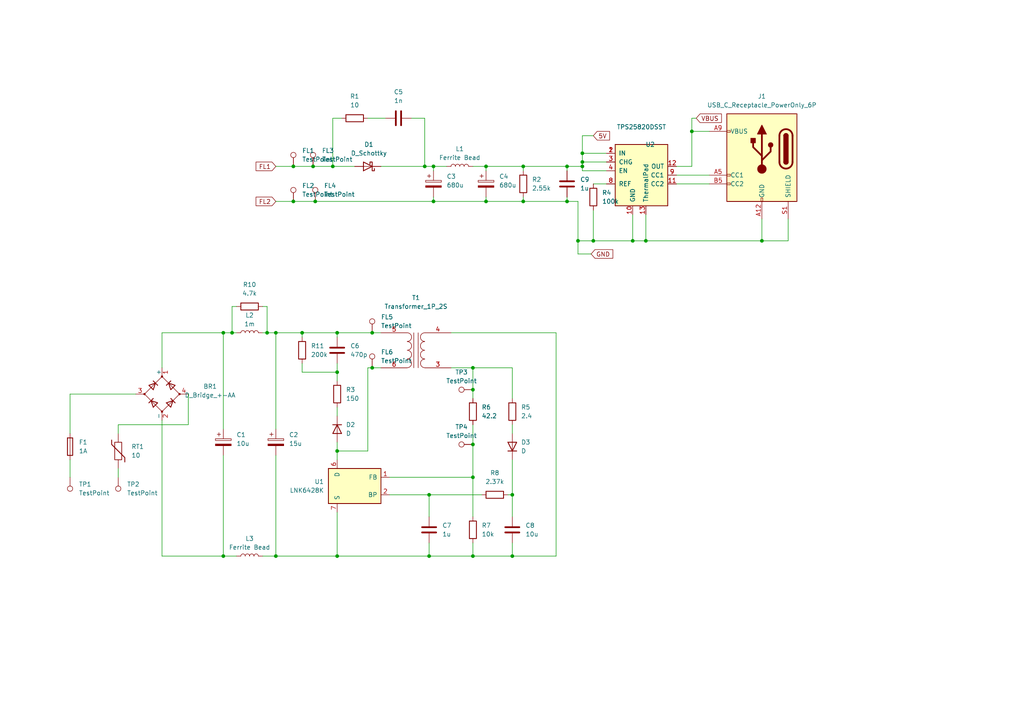
<source format=kicad_sch>
(kicad_sch (version 20230121) (generator eeschema)
  (paper "A4")
  (lib_symbols
    (symbol "Connector:TestPoint" (pin_numbers hide) (pin_names (offset 0.762) hide)
      (property "Reference" "TP" (at 0 6.858 0))
      (property "Value" "TestPoint" (at 0 5.08 0))
      (symbol "TestPoint_0_1"
        (circle (center 0 3.302) (radius 0.762))
      )
      (symbol "TestPoint_1_1"
        (pin passive line (at 0 0 90) (length 2.54) (name "1") (number "1"))
      )
    )
    (symbol "Connector:USB_C_Receptacle_PowerOnly_6P" (pin_names (offset 1.016))
      (property "Reference" "J" (at 0 16.51 0))
      (property "Value" "USB_C_Receptacle_PowerOnly_6P" (at 0 13.97 0))
      (symbol "USB_C_Receptacle_PowerOnly_6P_0_0"
        (rectangle (start -0.254 -12.7) (end 0.254 -11.684))
        (rectangle (start 10.16 -7.366) (end 9.144 -7.874))
        (rectangle (start 10.16 -4.826) (end 9.144 -5.334))
        (rectangle (start 10.16 7.874) (end 9.144 7.366))
      )
      (symbol "USB_C_Receptacle_PowerOnly_6P_0_1"
        (rectangle (start -10.16 12.7) (end 10.16 -12.7) (stroke (width 0.254)) (fill (type background)))
        (arc (start -8.89 -1.27) (mid -6.985 -3.1667) (end -5.08 -1.27) (stroke (width 0.508)))
        (arc (start -7.62 -1.27) (mid -6.985 -1.9023) (end -6.35 -1.27) (stroke (width 0.254)))
        (arc (start -7.62 -1.27) (mid -6.985 -1.9023) (end -6.35 -1.27) (stroke (width 0.254)) (fill (type outline)))
        (rectangle (start -7.62 -1.27) (end -6.35 6.35) (stroke (width 0.254)) (fill (type outline)))
        (arc (start -6.35 6.35) (mid -6.985 6.9823) (end -7.62 6.35) (stroke (width 0.254)))
        (arc (start -6.35 6.35) (mid -6.985 6.9823) (end -7.62 6.35) (stroke (width 0.254)) (fill (type outline)))
        (arc (start -5.08 6.35) (mid -6.985 8.2467) (end -8.89 6.35) (stroke (width 0.508)))
        (circle (center -2.54 3.683) (radius 0.635) (stroke (width 0.254)) (fill (type outline)))
        (circle (center 0 -3.302) (radius 1.27) (fill (type outline)))
        (polyline (pts (xy -8.89 -1.27) (xy -8.89 6.35)) (stroke (width 0.508)))
        (polyline (pts (xy -5.08 6.35) (xy -5.08 -1.27)) (stroke (width 0.508)))
        (polyline (pts (xy 0 -3.302) (xy 0 6.858)) (stroke (width 0.508)))
        (polyline (pts (xy 0 -0.762) (xy -2.54 1.778) (xy -2.54 3.048)) (stroke (width 0.508)))
        (polyline (pts (xy 0 0.508) (xy 2.54 3.048) (xy 2.54 4.318)) (stroke (width 0.508)))
        (polyline (pts (xy -1.27 6.858) (xy 0 9.398) (xy 1.27 6.858) (xy -1.27 6.858)) (stroke (width 0.254)) (fill (type outline)))
        (rectangle (start 1.905 4.318) (end 3.175 5.588) (stroke (width 0.254)) (fill (type outline)))
      )
      (symbol "USB_C_Receptacle_PowerOnly_6P_1_1"
        (pin passive line (at 0 -17.78 90) (length 5.08) (name "GND") (number "A12"))
        (pin bidirectional line (at 15.24 -5.08 180) (length 5.08) (name "CC1") (number "A5"))
        (pin passive line (at 15.24 7.62 180) (length 5.08) (name "VBUS") (number "A9"))
        (pin passive line (at 0 -17.78 90) (length 5.08) hide (name "GND") (number "B12"))
        (pin bidirectional line (at 15.24 -7.62 180) (length 5.08) (name "CC2") (number "B5"))
        (pin passive line (at 15.24 7.62 180) (length 5.08) hide (name "VBUS") (number "B9"))
        (pin passive line (at -7.62 -17.78 90) (length 5.08) (name "SHIELD") (number "S1"))
      )
    )
    (symbol "Device:C" (pin_numbers hide) (pin_names (offset 0.254))
      (property "Reference" "C" (at 0.635 2.54 0))
      (property "Value" "C" (at 0.635 -2.54 0))
      (symbol "C_0_1"
        (polyline (pts (xy -2.032 -0.762) (xy 2.032 -0.762)) (stroke (width 0.508)))
        (polyline (pts (xy -2.032 0.762) (xy 2.032 0.762)) (stroke (width 0.508)))
      )
      (symbol "C_1_1"
        (pin passive line (at 0 3.81 270) (length 2.794) (name "~") (number "1"))
        (pin passive line (at 0 -3.81 90) (length 2.794) (name "~") (number "2"))
      )
    )
    (symbol "Device:C_Polarized" (pin_numbers hide) (pin_names (offset 0.254))
      (property "Reference" "C" (at 0.635 2.54 0))
      (property "Value" "C_Polarized" (at 0.635 -2.54 0))
      (symbol "C_Polarized_0_1"
        (rectangle (start -2.286 0.508) (end 2.286 1.016))
        (polyline (pts (xy -1.778 2.286) (xy -0.762 2.286)))
        (polyline (pts (xy -1.27 2.794) (xy -1.27 1.778)))
        (rectangle (start 2.286 -0.508) (end -2.286 -1.016) (fill (type outline)))
      )
      (symbol "C_Polarized_1_1"
        (pin passive line (at 0 3.81 270) (length 2.794) (name "~") (number "1"))
        (pin passive line (at 0 -3.81 90) (length 2.794) (name "~") (number "2"))
      )
    )
    (symbol "Device:D" (pin_numbers hide) (pin_names (offset 1.016) hide)
      (property "Reference" "D" (at 0 2.54 0))
      (property "Value" "D" (at 0 -2.54 0))
      (symbol "D_0_1"
        (polyline (pts (xy -1.27 1.27) (xy -1.27 -1.27)) (stroke (width 0.254)))
        (polyline (pts (xy 1.27 0) (xy -1.27 0)))
        (polyline (pts (xy 1.27 1.27) (xy 1.27 -1.27) (xy -1.27 0) (xy 1.27 1.27)) (stroke (width 0.254)))
      )
      (symbol "D_1_1"
        (pin passive line (at -3.81 0 0) (length 2.54) (name "K") (number "1"))
        (pin passive line (at 3.81 0 180) (length 2.54) (name "A") (number "2"))
      )
    )
    (symbol "Device:D_Bridge_+-AA" (pin_names (offset 0))
      (property "Reference" "D" (at 2.54 6.985 0))
      (property "Value" "D_Bridge_+-AA" (at 2.54 5.08 0))
      (symbol "D_Bridge_+-AA_0_1"
        (circle (center -5.08 0) (radius 0.254) (fill (type outline)))
        (circle (center 0 -5.08) (radius 0.254) (fill (type outline)))
        (polyline (pts (xy -2.54 3.81) (xy -1.27 2.54)) (stroke (width 0.254)))
        (polyline (pts (xy -1.27 -2.54) (xy -2.54 -3.81)) (stroke (width 0.254)))
        (polyline (pts (xy 2.54 -1.27) (xy 3.81 -2.54)) (stroke (width 0.254)))
        (polyline (pts (xy 2.54 1.27) (xy 3.81 2.54)) (stroke (width 0.254)))
        (polyline (pts (xy -3.81 2.54) (xy -2.54 1.27) (xy -1.905 3.175) (xy -3.81 2.54)) (stroke (width 0.254)))
        (polyline (pts (xy -2.54 -1.27) (xy -3.81 -2.54) (xy -1.905 -3.175) (xy -2.54 -1.27)) (stroke (width 0.254)))
        (polyline (pts (xy 1.27 2.54) (xy 2.54 3.81) (xy 3.175 1.905) (xy 1.27 2.54)) (stroke (width 0.254)))
        (polyline (pts (xy 3.175 -1.905) (xy 1.27 -2.54) (xy 2.54 -3.81) (xy 3.175 -1.905)) (stroke (width 0.254)))
        (polyline (pts (xy -5.08 0) (xy 0 -5.08) (xy 5.08 0) (xy 0 5.08) (xy -5.08 0)))
        (circle (center 0 5.08) (radius 0.254) (fill (type outline)))
        (circle (center 5.08 0) (radius 0.254) (fill (type outline)))
      )
      (symbol "D_Bridge_+-AA_1_1"
        (pin passive line (at 7.62 0 180) (length 2.54) (name "+") (number "1"))
        (pin passive line (at -7.62 0 0) (length 2.54) (name "-") (number "2"))
        (pin passive line (at 0 7.62 270) (length 2.54) (name "~") (number "3"))
        (pin passive line (at 0 -7.62 90) (length 2.54) (name "~") (number "4"))
      )
    )
    (symbol "Device:D_Schottky" (pin_numbers hide) (pin_names (offset 1.016) hide)
      (property "Reference" "D" (at 0 2.54 0))
      (property "Value" "D_Schottky" (at 0 -2.54 0))
      (symbol "D_Schottky_0_1"
        (polyline (pts (xy 1.27 0) (xy -1.27 0)))
        (polyline (pts (xy 1.27 1.27) (xy 1.27 -1.27) (xy -1.27 0) (xy 1.27 1.27)) (stroke (width 0.254)))
        (polyline (pts (xy -1.905 0.635) (xy -1.905 1.27) (xy -1.27 1.27) (xy -1.27 -1.27) (xy -0.635 -1.27) (xy -0.635 -0.635)) (stroke (width 0.254)))
      )
      (symbol "D_Schottky_1_1"
        (pin passive line (at -3.81 0 0) (length 2.54) (name "K") (number "1"))
        (pin passive line (at 3.81 0 180) (length 2.54) (name "A") (number "2"))
      )
    )
    (symbol "Device:Fuse" (pin_numbers hide) (pin_names (offset 0))
      (property "Reference" "F" (at 2.032 0 90))
      (property "Value" "Fuse" (at -1.905 0 90))
      (symbol "Fuse_0_1"
        (rectangle (start -0.762 -2.54) (end 0.762 2.54) (stroke (width 0.254)))
        (polyline (pts (xy 0 2.54) (xy 0 -2.54)))
      )
      (symbol "Fuse_1_1"
        (pin passive line (at 0 3.81 270) (length 1.27) (name "~") (number "1"))
        (pin passive line (at 0 -3.81 90) (length 1.27) (name "~") (number "2"))
      )
    )
    (symbol "Device:L" (pin_numbers hide) (pin_names (offset 1.016) hide)
      (property "Reference" "L" (at -1.27 0 90))
      (property "Value" "L" (at 1.905 0 90))
      (symbol "L_0_1"
        (arc (start 0 -2.54) (mid 0.6323 -1.905) (end 0 -1.27))
        (arc (start 0 -1.27) (mid 0.6323 -0.635) (end 0 0))
        (arc (start 0 0) (mid 0.6323 0.635) (end 0 1.27))
        (arc (start 0 1.27) (mid 0.6323 1.905) (end 0 2.54))
      )
      (symbol "L_1_1"
        (pin passive line (at 0 3.81 270) (length 1.27) (name "1") (number "1"))
        (pin passive line (at 0 -3.81 90) (length 1.27) (name "2") (number "2"))
      )
    )
    (symbol "Device:R" (pin_numbers hide) (pin_names (offset 0))
      (property "Reference" "R" (at 2.032 0 90))
      (property "Value" "R" (at 0 0 90))
      (symbol "R_0_1"
        (rectangle (start -1.016 -2.54) (end 1.016 2.54) (stroke (width 0.254)))
      )
      (symbol "R_1_1"
        (pin passive line (at 0 3.81 270) (length 1.27) (name "~") (number "1"))
        (pin passive line (at 0 -3.81 90) (length 1.27) (name "~") (number "2"))
      )
    )
    (symbol "Device:Thermistor" (pin_numbers hide) (pin_names (offset 0))
      (property "Reference" "TH" (at 2.54 1.27 90))
      (property "Value" "Thermistor" (at -2.54 0 90))
      (symbol "Thermistor_0_1"
        (rectangle (start -1.016 2.54) (end 1.016 -2.54) (stroke (width 0.2032)))
        (polyline (pts (xy -1.905 3.175) (xy -1.905 1.905) (xy 1.905 -1.905) (xy 1.905 -3.175) (xy 1.905 -3.175)) (stroke (width 0.254)))
      )
      (symbol "Thermistor_1_1"
        (pin passive line (at 0 5.08 270) (length 2.54) (name "~") (number "1"))
        (pin passive line (at 0 -5.08 90) (length 2.54) (name "~") (number "2"))
      )
    )
    (symbol "Device:Transformer_1P_1S" (pin_names (offset 1.016) hide)
      (property "Reference" "T1" (at 0 15.24 0))
      (property "Value" "Transformer_1P_2S" (at 0 12.7 0))
      (symbol "Transformer_1P_1S_0_1"
        (arc (start -2.54 -5.0546) (mid -1.6599 -4.6901) (end -1.27 -3.81))
        (arc (start -2.54 -2.5146) (mid -1.6599 -2.1501) (end -1.27 -1.27))
        (arc (start -2.54 0.0254) (mid -1.6599 0.3899) (end -1.27 1.27))
        (arc (start -2.54 2.5654) (mid -1.6599 2.9299) (end -1.27 3.81))
        (arc (start -1.27 -3.81) (mid -1.642 -2.912) (end -2.54 -2.54))
        (arc (start -1.27 -1.27) (mid -1.642 -0.372) (end -2.54 0))
        (arc (start -1.27 1.27) (mid -1.642 2.168) (end -2.54 2.54))
        (arc (start -1.27 3.81) (mid -1.642 4.708) (end -2.54 5.08))
        (polyline (pts (xy -0.635 5.08) (xy -0.635 -5.08)))
        (polyline (pts (xy 0.635 -5.08) (xy 0.635 5.08)))
        (arc (start 1.2954 -1.27) (mid 1.6599 -2.1501) (end 2.54 -2.5146))
        (arc (start 1.2954 1.27) (mid 1.6599 0.3899) (end 2.54 0.0254))
        (arc (start 1.2954 3.81) (mid 1.6599 2.9299) (end 2.54 2.5654))
        (arc (start 1.3208 -3.81) (mid 1.6853 -4.6901) (end 2.5654 -5.0546))
        (arc (start 2.54 0) (mid 1.642 -0.372) (end 1.2954 -1.27))
        (arc (start 2.54 2.54) (mid 1.642 2.168) (end 1.2954 1.27))
        (arc (start 2.54 5.08) (mid 1.642 4.708) (end 1.2954 3.81))
        (arc (start 2.5654 -2.54) (mid 1.6674 -2.912) (end 1.3208 -3.81))
      )
      (symbol "Transformer_1P_1S_1_1"
        (pin passive line (at 10.16 -5.08 180) (length 7.62) (name "SA") (number "3"))
        (pin passive line (at 10.16 5.08 180) (length 7.62) (name "SB") (number "4"))
        (pin passive line (at -10.16 5.08 0) (length 7.62) (name "AA") (number "5"))
        (pin passive line (at -10.16 -5.08 0) (length 7.62) (name "AB") (number "6"))
      )
    )
    (symbol "Interface_USB:TPS2513" (pin_names (offset 1.016))
      (property "Reference" "U2" (at 0 11.43 0))
      (property "Value" "TPS25820DSST\n" (at 0 8.89 0))
      (symbol "TPS2513_0_1"
        (rectangle (start -10.16 11.43) (end 5.08 -6.35) (stroke (width 0.254)) (fill (type background)))
      )
      (symbol "TPS2513_1_1"
        (pin power_in line (at -12.7 8.89 0) (length 2.54) (name "IN") (number "1"))
        (pin power_in line (at -5.08 -8.89 90) (length 2.54) (name "GND") (number "10"))
        (pin input line (at 7.62 0 180) (length 2.54) (name "CC2") (number "11"))
        (pin power_out line (at 7.62 5.08 180) (length 2.54) (name "OUT") (number "12"))
        (pin power_in line (at -1.27 -8.89 90) (length 2.54) (name "ThermalPad") (number "13"))
        (pin power_in line (at -12.7 8.89 0) (length 2.54) (name "IN") (number "2"))
        (pin input line (at -12.7 6.35 0) (length 2.54) (name "CHG") (number "3"))
        (pin input line (at -12.7 3.81 0) (length 2.54) (name "EN") (number "4"))
        (pin input line (at -12.7 0 0) (length 2.54) (name "REF") (number "8"))
        (pin output line (at 7.62 2.54 180) (length 2.54) (name "CC1") (number "9"))
      )
    )
    (symbol "Regulator_Switching:LNK626PG" (pin_names (offset 1.016))
      (property "Reference" "U1" (at -8.89 1.27 0))
      (property "Value" "LNK6428K" (at -8.89 -1.27 0))
      (symbol "LNK626PG_0_1"
        (rectangle (start -7.62 5.08) (end 7.62 -5.08) (stroke (width 0.254)) (fill (type background)))
      )
      (symbol "LNK626PG_1_1"
        (pin input line (at 10.16 2.54 180) (length 2.54) (name "FB") (number "1"))
        (pin passive line (at -5.08 -7.62 90) (length 2.54) hide (name "S") (number "10"))
        (pin passive line (at -5.08 -7.62 90) (length 2.54) hide (name "S") (number "11"))
        (pin passive line (at -5.08 -7.62 90) (length 2.54) hide (name "S") (number "12"))
        (pin passive line (at -5.08 -7.62 90) (length 2.54) hide (name "S") (number "13"))
        (pin input line (at 10.16 -2.54 180) (length 2.54) (name "BP") (number "2"))
        (pin passive line (at -5.08 -7.62 90) (length 2.54) hide (name "S") (number "3"))
        (pin passive line (at -5.08 -7.62 90) (length 2.54) hide (name "S") (number "4"))
        (pin open_collector line (at -5.08 7.62 270) (length 2.54) (name "D") (number "6"))
        (pin power_in line (at -5.08 -7.62 90) (length 2.54) (name "S") (number "7"))
        (pin passive line (at -5.08 -7.62 90) (length 2.54) hide (name "S") (number "8"))
        (pin passive line (at -5.08 -7.62 90) (length 2.54) hide (name "S") (number "9"))
      )
    )
  )
  (junction (at 137.16 113.03))
  (junction (at 137.16 161.29))
  (junction (at 137.16 128.905))
  (junction (at 148.59 161.29))
  (junction (at 97.79 161.29))
  (junction (at 151.765 48.26))
  (junction (at 125.73 48.26))
  (junction (at 67.31 96.52))
  (junction (at 107.95 106.68))
  (junction (at 124.46 161.29))
  (junction (at 151.765 58.42))
  (junction (at 97.79 107.95))
  (junction (at 91.44 58.42))
  (junction (at 77.47 96.52))
  (junction (at 140.97 48.26))
  (junction (at 200.66 38.1))
  (junction (at 164.465 58.42))
  (junction (at 90.805 48.26))
  (junction (at 80.01 161.29))
  (junction (at 96.52 48.26))
  (junction (at 107.95 96.52))
  (junction (at 168.91 46.99))
  (junction (at 80.01 96.52))
  (junction (at 124.46 143.51))
  (junction (at 168.91 48.26))
  (junction (at 85.09 58.42))
  (junction (at 137.16 138.43))
  (junction (at 167.64 69.85))
  (junction (at 97.79 96.52))
  (junction (at 172.085 69.85))
  (junction (at 97.79 130.81))
  (junction (at 85.09 48.26))
  (junction (at 87.63 96.52))
  (junction (at 123.19 48.26))
  (junction (at 220.98 69.85))
  (junction (at 140.97 58.42))
  (junction (at 125.73 58.42))
  (junction (at 164.465 48.26))
  (junction (at 64.77 96.52))
  (junction (at 137.16 106.68))
  (junction (at 187.325 69.85))
  (junction (at 183.515 69.85))
  (junction (at 148.59 143.51))
  (junction (at 64.77 161.29))
  (junction (at 168.91 44.45))
  (wire (pts (xy 91.44 58.42) (xy 125.73 58.42)))
  (wire (pts (xy 220.98 69.85) (xy 228.6 69.85)))
  (wire (pts (xy 151.765 58.42) (xy 164.465 58.42)))
  (wire (pts (xy 125.73 58.42) (xy 140.97 58.42)))
  (wire (pts (xy 97.79 130.81) (xy 106.68 130.81)))
  (wire (pts (xy 20.32 133.35) (xy 20.32 138.43)))
  (wire (pts (xy 124.46 157.48) (xy 124.46 161.29)))
  (wire (pts (xy 200.66 34.29) (xy 200.66 38.1)))
  (wire (pts (xy 97.79 128.27) (xy 97.79 130.81)))
  (wire (pts (xy 110.49 48.26) (xy 123.19 48.26)))
  (wire (pts (xy 183.515 69.85) (xy 187.325 69.85)))
  (wire (pts (xy 46.99 96.52) (xy 46.99 106.68)))
  (wire (pts (xy 137.16 157.48) (xy 137.16 161.29)))
  (wire (pts (xy 125.73 48.26) (xy 129.54 48.26)))
  (wire (pts (xy 148.59 133.35) (xy 148.59 143.51)))
  (wire (pts (xy 175.895 49.53) (xy 168.91 49.53)))
  (wire (pts (xy 46.99 121.92) (xy 46.99 161.29)))
  (wire (pts (xy 151.765 58.42) (xy 151.765 57.15)))
  (wire (pts (xy 137.16 138.43) (xy 137.16 149.86)))
  (wire (pts (xy 113.03 143.51) (xy 124.46 143.51)))
  (wire (pts (xy 34.29 123.19) (xy 54.61 123.19)))
  (wire (pts (xy 168.91 44.45) (xy 168.91 46.99)))
  (wire (pts (xy 20.32 125.73) (xy 20.32 114.3)))
  (wire (pts (xy 187.325 62.23) (xy 187.325 69.85)))
  (wire (pts (xy 97.79 130.81) (xy 97.79 133.35)))
  (wire (pts (xy 90.805 48.26) (xy 85.09 48.26)))
  (wire (pts (xy 68.58 96.52) (xy 67.31 96.52)))
  (wire (pts (xy 80.01 48.26) (xy 85.09 48.26)))
  (wire (pts (xy 64.77 96.52) (xy 64.77 124.46)))
  (wire (pts (xy 148.59 161.29) (xy 161.29 161.29)))
  (wire (pts (xy 80.01 96.52) (xy 87.63 96.52)))
  (wire (pts (xy 161.29 96.52) (xy 130.81 96.52)))
  (wire (pts (xy 167.64 69.85) (xy 167.64 73.66)))
  (wire (pts (xy 168.91 46.99) (xy 175.895 46.99)))
  (wire (pts (xy 137.16 113.03) (xy 137.16 115.57)))
  (wire (pts (xy 196.215 53.34) (xy 205.74 53.34)))
  (wire (pts (xy 151.765 48.26) (xy 151.765 49.53)))
  (wire (pts (xy 97.79 96.52) (xy 107.95 96.52)))
  (wire (pts (xy 85.09 58.42) (xy 91.44 58.42)))
  (wire (pts (xy 148.59 123.19) (xy 148.59 125.73)))
  (wire (pts (xy 80.01 124.46) (xy 80.01 96.52)))
  (wire (pts (xy 124.46 143.51) (xy 139.7 143.51)))
  (wire (pts (xy 87.63 105.41) (xy 87.63 107.95)))
  (wire (pts (xy 172.085 69.85) (xy 183.515 69.85)))
  (wire (pts (xy 151.765 48.26) (xy 164.465 48.26)))
  (wire (pts (xy 97.79 161.29) (xy 124.46 161.29)))
  (wire (pts (xy 148.59 106.68) (xy 148.59 115.57)))
  (wire (pts (xy 125.73 48.26) (xy 125.73 49.53)))
  (wire (pts (xy 228.6 63.5) (xy 228.6 69.85)))
  (wire (pts (xy 172.085 60.96) (xy 172.085 69.85)))
  (wire (pts (xy 87.63 96.52) (xy 87.63 97.79)))
  (wire (pts (xy 164.465 48.26) (xy 168.91 48.26)))
  (wire (pts (xy 68.58 161.29) (xy 64.77 161.29)))
  (wire (pts (xy 97.79 148.59) (xy 97.79 161.29)))
  (wire (pts (xy 76.2 88.9) (xy 77.47 88.9)))
  (wire (pts (xy 97.79 96.52) (xy 87.63 96.52)))
  (wire (pts (xy 76.2 96.52) (xy 77.47 96.52)))
  (wire (pts (xy 124.46 143.51) (xy 124.46 149.86)))
  (wire (pts (xy 168.91 46.99) (xy 168.91 48.26)))
  (wire (pts (xy 140.97 48.26) (xy 151.765 48.26)))
  (wire (pts (xy 68.58 88.9) (xy 67.31 88.9)))
  (wire (pts (xy 80.01 132.08) (xy 80.01 161.29)))
  (wire (pts (xy 137.16 128.905) (xy 137.16 123.19)))
  (wire (pts (xy 106.68 106.68) (xy 107.95 106.68)))
  (wire (pts (xy 97.79 105.41) (xy 97.79 107.95)))
  (wire (pts (xy 96.52 48.26) (xy 90.805 48.26)))
  (wire (pts (xy 46.99 161.29) (xy 64.77 161.29)))
  (wire (pts (xy 64.77 161.29) (xy 64.77 132.08)))
  (wire (pts (xy 148.59 143.51) (xy 147.32 143.51)))
  (wire (pts (xy 196.215 48.26) (xy 200.66 48.26)))
  (wire (pts (xy 97.79 107.95) (xy 97.79 110.49)))
  (wire (pts (xy 123.19 48.26) (xy 125.73 48.26)))
  (wire (pts (xy 107.95 106.68) (xy 110.49 106.68)))
  (wire (pts (xy 34.29 135.89) (xy 34.29 138.43)))
  (wire (pts (xy 80.01 161.29) (xy 97.79 161.29)))
  (wire (pts (xy 196.215 50.8) (xy 205.74 50.8)))
  (wire (pts (xy 67.31 88.9) (xy 67.31 96.52)))
  (wire (pts (xy 164.465 58.42) (xy 167.64 58.42)))
  (wire (pts (xy 119.38 34.29) (xy 123.19 34.29)))
  (wire (pts (xy 164.465 49.53) (xy 164.465 48.26)))
  (wire (pts (xy 137.16 138.43) (xy 137.16 128.905)))
  (wire (pts (xy 80.01 58.42) (xy 85.09 58.42)))
  (wire (pts (xy 77.47 88.9) (xy 77.47 96.52)))
  (wire (pts (xy 99.06 34.29) (xy 96.52 34.29)))
  (wire (pts (xy 200.66 48.26) (xy 200.66 38.1)))
  (wire (pts (xy 20.32 114.3) (xy 39.37 114.3)))
  (wire (pts (xy 96.52 34.29) (xy 96.52 48.26)))
  (wire (pts (xy 148.59 143.51) (xy 148.59 149.86)))
  (wire (pts (xy 113.03 138.43) (xy 137.16 138.43)))
  (wire (pts (xy 137.16 106.68) (xy 137.16 113.03)))
  (wire (pts (xy 201.93 34.29) (xy 200.66 34.29)))
  (wire (pts (xy 124.46 161.29) (xy 137.16 161.29)))
  (wire (pts (xy 148.59 161.29) (xy 148.59 157.48)))
  (wire (pts (xy 140.97 49.53) (xy 140.97 48.26)))
  (wire (pts (xy 137.16 161.29) (xy 148.59 161.29)))
  (wire (pts (xy 167.64 58.42) (xy 167.64 69.85)))
  (wire (pts (xy 187.325 69.85) (xy 220.98 69.85)))
  (wire (pts (xy 167.64 73.66) (xy 171.45 73.66)))
  (wire (pts (xy 161.29 161.29) (xy 161.29 96.52)))
  (wire (pts (xy 77.47 96.52) (xy 80.01 96.52)))
  (wire (pts (xy 168.91 39.37) (xy 168.91 44.45)))
  (wire (pts (xy 54.61 123.19) (xy 54.61 114.3)))
  (wire (pts (xy 106.68 106.68) (xy 106.68 130.81)))
  (wire (pts (xy 164.465 57.15) (xy 164.465 58.42)))
  (wire (pts (xy 106.68 34.29) (xy 111.76 34.29)))
  (wire (pts (xy 140.97 58.42) (xy 151.765 58.42)))
  (wire (pts (xy 172.085 53.34) (xy 175.895 53.34)))
  (wire (pts (xy 168.91 39.37) (xy 172.085 39.37)))
  (wire (pts (xy 183.515 62.23) (xy 183.515 69.85)))
  (wire (pts (xy 168.91 49.53) (xy 168.91 48.26)))
  (wire (pts (xy 125.73 57.15) (xy 125.73 58.42)))
  (wire (pts (xy 168.91 44.45) (xy 175.895 44.45)))
  (wire (pts (xy 130.81 106.68) (xy 137.16 106.68)))
  (wire (pts (xy 96.52 48.26) (xy 102.87 48.26)))
  (wire (pts (xy 67.31 96.52) (xy 64.77 96.52)))
  (wire (pts (xy 220.98 69.85) (xy 220.98 63.5)))
  (wire (pts (xy 34.29 125.73) (xy 34.29 123.19)))
  (wire (pts (xy 167.64 69.85) (xy 172.085 69.85)))
  (wire (pts (xy 123.19 48.26) (xy 123.19 34.29)))
  (wire (pts (xy 97.79 97.79) (xy 97.79 96.52)))
  (wire (pts (xy 137.16 48.26) (xy 140.97 48.26)))
  (wire (pts (xy 97.79 118.11) (xy 97.79 120.65)))
  (wire (pts (xy 200.66 38.1) (xy 205.74 38.1)))
  (wire (pts (xy 140.97 58.42) (xy 140.97 57.15)))
  (wire (pts (xy 64.77 96.52) (xy 46.99 96.52)))
  (wire (pts (xy 107.95 96.52) (xy 110.49 96.52)))
  (wire (pts (xy 80.01 161.29) (xy 76.2 161.29)))
  (wire (pts (xy 87.63 107.95) (xy 97.79 107.95)))
  (wire (pts (xy 137.16 106.68) (xy 148.59 106.68)))
  (global_label "FL1" (shape input) (at 80.01 48.26 180) (property "Intersheetrefs" "${INTERSHEET_REFS}" (effects hide)))
  (global_label "VBUS" (shape input) (at 201.93 34.29 0) (property "Intersheetrefs" "${INTERSHEET_REFS}" (effects hide)))
  (global_label "FL2" (shape input) (at 80.01 58.42 180) (property "Intersheetrefs" "${INTERSHEET_REFS}" (effects hide)))
  (global_label "5V" (shape input) (at 172.085 39.37 0) (property "Intersheetrefs" "${INTERSHEET_REFS}" (effects hide)))
  (global_label "GND" (shape input) (at 171.45 73.66 0) (property "Intersheetrefs" "${INTERSHEET_REFS}" (effects hide)))
  (symbol (lib_id "Device:Fuse") (at 20.32 129.54 0) (unit 1)
    (property "Reference" "F1" (at 22.86 128.27 0) (effects (justify left)))
    (property "Value" "1A" (at 22.86 130.81 0) (effects (justify left)))
    (property "Footprint" "Capacitor_THT:C_Rect_L7.2mm_W4.5mm_P5.00mm_FKS2_FKP2_MKS2_MKP2" (effects hide))
  )
  (symbol (lib_id "Connector:TestPoint") (at 107.95 106.68 0) (unit 1)
    (property "Reference" "FL6" (at 110.49 102.108 0) (effects (justify left)))
    (property "Value" "TestPoint" (at 110.49 104.648 0) (effects (justify left)))
    (property "Footprint" "TestPoint:TestPoint_Loop_D1.80mm_Drill1.0mm_Beaded" (effects hide))
  )
  (symbol (lib_id "Device:R") (at 72.39 88.9 90) (unit 1)
    (property "Reference" "R10" (at 72.39 82.55 90))
    (property "Value" "4.7k" (at 72.39 85.09 90))
    (property "Footprint" "Resistor_SMD:R_0603_1608Metric" (effects hide))
  )
  (symbol (lib_id "Interface_USB:TPS2513") (at 188.595 53.34 0) (unit 1)
    (property "Reference" "U2" (at 188.595 41.91 0))
    (property "Value" "TPS25820DSST\n" (at 186.055 36.83 0))
    (property "Footprint" "00_Library:TPS25820" (effects hide))
    (property "Datasheet" "http://www.ti.com/lit/ds/symlink/tps2513.pdf" (effects hide))
  )
  (symbol (lib_id "Device:R") (at 137.16 153.67 0) (unit 1)
    (property "Reference" "R7" (at 139.7 152.4 0) (effects (justify left)))
    (property "Value" "10k" (at 139.7 154.94 0) (effects (justify left)))
    (property "Footprint" "Resistor_SMD:R_0603_1608Metric" (effects hide))
  )
  (symbol (lib_id "Device:C_Polarized") (at 64.77 128.27 0) (unit 1)
    (property "Reference" "C1" (at 68.58 126.111 0) (effects (justify left)))
    (property "Value" "10u" (at 68.58 128.651 0) (effects (justify left)))
    (property "Footprint" "Capacitor_THT:CP_Radial_D10.0mm_P5.00mm" (effects hide))
  )
  (symbol (lib_id "Connector:TestPoint") (at 34.29 138.43 180) (unit 1)
    (property "Reference" "TP2" (at 36.83 140.462 0) (effects (justify right)))
    (property "Value" "TestPoint" (at 36.83 143.002 0) (effects (justify right)))
    (property "Footprint" "TestPoint:TestPoint_Loop_D1.80mm_Drill1.0mm_Beaded" (effects hide))
  )
  (symbol (lib_id "Device:D") (at 97.79 124.46 270) (unit 1)
    (property "Reference" "D2" (at 100.33 123.19 90) (effects (justify left)))
    (property "Value" "D" (at 100.33 125.73 90) (effects (justify left)))
    (property "Footprint" "Diode_SMD:D_SMA" (effects hide))
    (property "Sim.Device" "D" (effects hide))
    (property "Sim.Pins" "1=K 2=A" (effects hide))
  )
  (symbol (lib_id "Device:R") (at 151.765 53.34 0) (unit 1)
    (property "Reference" "R2" (at 154.305 52.07 0) (effects (justify left)))
    (property "Value" "2.55k" (at 154.305 54.61 0) (effects (justify left)))
    (property "Footprint" "Resistor_SMD:R_0805_2012Metric" (effects hide))
  )
  (symbol (lib_id "Connector:TestPoint") (at 137.16 128.905 90) (unit 1)
    (property "Reference" "TP4" (at 133.858 123.825 90))
    (property "Value" "TestPoint" (at 133.858 126.365 90))
    (property "Footprint" "TestPoint:TestPoint_Loop_D1.80mm_Drill1.0mm_Beaded" (effects hide))
  )
  (symbol (lib_id "Device:D") (at 148.59 129.54 90) (unit 1)
    (property "Reference" "D3" (at 151.13 128.27 90) (effects (justify right)))
    (property "Value" "D" (at 151.13 130.81 90) (effects (justify right)))
    (property "Footprint" "Diode_SMD:D_SMF" (effects hide))
    (property "Sim.Device" "D" (effects hide))
    (property "Sim.Pins" "1=K 2=A" (effects hide))
  )
  (symbol (lib_id "Connector:TestPoint") (at 90.805 48.26 0) (unit 1)
    (property "Reference" "FL3" (at 93.345 43.688 0) (effects (justify left)))
    (property "Value" "TestPoint" (at 93.345 46.228 0) (effects (justify left)))
    (property "Footprint" "TestPoint:TestPoint_Loop_D1.80mm_Drill1.0mm_Beaded" (effects hide))
  )
  (symbol (lib_id "Device:C_Polarized") (at 125.73 53.34 0) (unit 1)
    (property "Reference" "C3" (at 129.54 51.181 0) (effects (justify left)))
    (property "Value" "680u" (at 129.54 53.721 0) (effects (justify left)))
    (property "Footprint" "Capacitor_THT:CP_Radial_D8.0mm_P3.50mm" (effects hide))
  )
  (symbol (lib_id "Device:D_Bridge_+-AA") (at 46.99 114.3 90) (unit 1)
    (property "Reference" "BR1" (at 60.96 112.0841 90))
    (property "Value" "D_Bridge_+-AA" (at 60.96 114.6241 90))
    (property "Footprint" "Package_TO_SOT_SMD:TO-269AA" (effects hide))
  )
  (symbol (lib_id "Device:R") (at 87.63 101.6 0) (unit 1)
    (property "Reference" "R11" (at 90.17 100.33 0) (effects (justify left)))
    (property "Value" "200k" (at 90.17 102.87 0) (effects (justify left)))
    (property "Footprint" "Resistor_SMD:R_1206_3216Metric" (effects hide))
  )
  (symbol (lib_id "Device:C") (at 115.57 34.29 90) (unit 1)
    (property "Reference" "C5" (at 115.57 26.67 90))
    (property "Value" "1n" (at 115.57 29.21 90))
    (property "Footprint" "Capacitor_SMD:C_0805_2012Metric" (effects hide))
  )
  (symbol (lib_id "Device:C") (at 97.79 101.6 0) (unit 1)
    (property "Reference" "C6" (at 101.6 100.33 0) (effects (justify left)))
    (property "Value" "470p" (at 101.6 102.87 0) (effects (justify left)))
    (property "Footprint" "Capacitor_SMD:C_0805_2012Metric" (effects hide))
  )
  (symbol (lib_id "Device:L") (at 72.39 161.29 90) (unit 1)
    (property "Reference" "L3" (at 72.39 156.21 90))
    (property "Value" "Ferrite Bead" (at 72.39 158.75 90))
    (property "Footprint" "Resistor_THT:R_Axial_DIN0309_L9.0mm_D3.2mm_P12.70mm_Horizontal" (effects hide))
  )
  (symbol (lib_id "Device:L") (at 133.35 48.26 90) (unit 1)
    (property "Reference" "L1" (at 133.35 43.18 90))
    (property "Value" "Ferrite Bead" (at 133.35 45.72 90))
    (property "Footprint" "Resistor_THT:R_Axial_DIN0309_L9.0mm_D3.2mm_P12.70mm_Horizontal" (effects hide))
  )
  (symbol (lib_id "Device:R") (at 137.16 119.38 0) (unit 1)
    (property "Reference" "R6" (at 139.7 118.11 0) (effects (justify left)))
    (property "Value" "42.2" (at 139.7 120.65 0) (effects (justify left)))
    (property "Footprint" "Resistor_SMD:R_0603_1608Metric" (effects hide))
  )
  (symbol (lib_id "Device:D_Schottky") (at 106.68 48.26 180) (unit 1)
    (property "Reference" "D1" (at 106.9975 41.91 0))
    (property "Value" "D_Schottky" (at 106.9975 44.45 0))
    (property "Footprint" "Diode_SMD:D_PowerDI-5" (effects hide))
  )
  (symbol (lib_id "Device:R") (at 148.59 119.38 0) (unit 1)
    (property "Reference" "R5" (at 151.13 118.11 0) (effects (justify left)))
    (property "Value" "2.4" (at 151.13 120.65 0) (effects (justify left)))
    (property "Footprint" "Resistor_SMD:R_0603_1608Metric" (effects hide))
  )
  (symbol (lib_id "Device:C_Polarized") (at 80.01 128.27 0) (unit 1)
    (property "Reference" "C2" (at 83.82 126.111 0) (effects (justify left)))
    (property "Value" "15u" (at 83.82 128.651 0) (effects (justify left)))
    (property "Footprint" "Capacitor_THT:CP_Radial_D12.5mm_P5.00mm" (effects hide))
  )
  (symbol (lib_id "Device:L") (at 72.39 96.52 90) (unit 1)
    (property "Reference" "L2" (at 72.39 91.44 90))
    (property "Value" "1m" (at 72.39 93.98 90))
    (property "Footprint" "Inductor_THT:L_Radial_D9.5mm_P5.00mm_Fastron_07HVP" (effects hide))
  )
  (symbol (lib_id "Device:C") (at 148.59 153.67 0) (unit 1)
    (property "Reference" "C8" (at 152.4 152.4 0) (effects (justify left)))
    (property "Value" "10u" (at 152.4 154.94 0) (effects (justify left)))
    (property "Footprint" "Capacitor_SMD:C_1206_3216Metric" (effects hide))
  )
  (symbol (lib_id "Device:C") (at 164.465 53.34 0) (unit 1)
    (property "Reference" "C9" (at 168.275 52.07 0) (effects (justify left)))
    (property "Value" "1u" (at 168.275 54.61 0) (effects (justify left)))
    (property "Footprint" "Capacitor_SMD:C_0805_2012Metric" (effects hide))
  )
  (symbol (lib_id "Regulator_Switching:LNK626PG") (at 102.87 140.97 0) (unit 1)
    (property "Reference" "U1" (at 93.98 139.7 0) (effects (justify right)))
    (property "Value" "LNK6428K" (at 93.98 142.24 0) (effects (justify right)))
    (property "Footprint" "Package_SO:PowerIntegrations_eSOP-12B" (effects hide))
    (property "Datasheet" "http://www.powerint.com/sites/default/files/product-docs/linkcv_family_datasheet.pdf" (effects hide))
  )
  (symbol (lib_id "Connector:USB_C_Receptacle_PowerOnly_6P") (at 220.98 45.72 0) (mirror y) (unit 1)
    (property "Reference" "J1" (at 220.98 27.94 0))
    (property "Value" "USB_C_Receptacle_PowerOnly_6P" (at 220.98 30.48 0))
    (property "Footprint" "00_Library:USB-C-SMD_TYPE-C-6P" (effects hide))
    (property "Datasheet" "https://www.usb.org/sites/default/files/documents/usb_type-c.zip" (effects hide))
  )
  (symbol (lib_id "Connector:TestPoint") (at 20.32 138.43 180) (unit 1)
    (property "Reference" "TP1" (at 22.86 140.462 0) (effects (justify right)))
    (property "Value" "TestPoint" (at 22.86 143.002 0) (effects (justify right)))
    (property "Footprint" "TestPoint:TestPoint_Loop_D1.80mm_Drill1.0mm_Beaded" (effects hide))
  )
  (symbol (lib_id "Device:Transformer_1P_1S") (at 120.65 101.6 0) (unit 1)
    (property "Reference" "T1" (at 120.65 86.36 0))
    (property "Value" "Transformer_1P_2S" (at 120.65 88.9 0))
    (property "Footprint" "Transformer_THT:Transformer_CHK_EI38-3VA_2xSec" (effects hide))
  )
  (symbol (lib_id "Connector:TestPoint") (at 137.16 113.03 90) (unit 1)
    (property "Reference" "TP3" (at 133.858 107.95 90))
    (property "Value" "TestPoint" (at 133.858 110.49 90))
    (property "Footprint" "TestPoint:TestPoint_Loop_D1.80mm_Drill1.0mm_Beaded" (effects hide))
  )
  (symbol (lib_id "Device:Thermistor") (at 34.29 130.81 0) (unit 1)
    (property "Reference" "RT1" (at 38.1 129.54 0) (effects (justify left)))
    (property "Value" "10" (at 38.1 132.08 0) (effects (justify left)))
    (property "Footprint" "Capacitor_THT:C_Disc_D10.5mm_W5.0mm_P7.50mm" (effects hide))
  )
  (symbol (lib_id "Device:C") (at 124.46 153.67 0) (unit 1)
    (property "Reference" "C7" (at 128.27 152.4 0) (effects (justify left)))
    (property "Value" "1u" (at 128.27 154.94 0) (effects (justify left)))
    (property "Footprint" "Capacitor_SMD:C_0805_2012Metric" (effects hide))
  )
  (symbol (lib_id "Device:R") (at 97.79 114.3 0) (unit 1)
    (property "Reference" "R3" (at 100.33 113.03 0) (effects (justify left)))
    (property "Value" "150" (at 100.33 115.57 0) (effects (justify left)))
    (property "Footprint" "Resistor_SMD:R_1206_3216Metric" (effects hide))
  )
  (symbol (lib_id "Device:R") (at 102.87 34.29 270) (unit 1)
    (property "Reference" "R1" (at 102.87 27.94 90))
    (property "Value" "10" (at 102.87 30.48 90))
    (property "Footprint" "Resistor_SMD:R_0805_2012Metric" (effects hide))
  )
  (symbol (lib_id "Connector:TestPoint") (at 91.44 58.42 0) (unit 1)
    (property "Reference" "FL4" (at 93.98 53.848 0) (effects (justify left)))
    (property "Value" "TestPoint" (at 93.98 56.388 0) (effects (justify left)))
    (property "Footprint" "TestPoint:TestPoint_Loop_D1.80mm_Drill1.0mm_Beaded" (effects hide))
  )
  (symbol (lib_id "Connector:TestPoint") (at 107.95 96.52 0) (unit 1)
    (property "Reference" "FL5" (at 110.49 91.948 0) (effects (justify left)))
    (property "Value" "TestPoint" (at 110.49 94.488 0) (effects (justify left)))
    (property "Footprint" "TestPoint:TestPoint_Loop_D1.80mm_Drill1.0mm_Beaded" (effects hide))
  )
  (symbol (lib_id "Device:R") (at 172.085 57.15 0) (unit 1)
    (property "Reference" "R4" (at 174.625 55.88 0) (effects (justify left)))
    (property "Value" "100k" (at 174.625 58.42 0) (effects (justify left)))
    (property "Footprint" "Resistor_SMD:R_0603_1608Metric" (effects hide))
  )
  (symbol (lib_id "Connector:TestPoint") (at 85.09 58.42 0) (unit 1)
    (property "Reference" "FL2" (at 87.63 53.848 0) (effects (justify left)))
    (property "Value" "TestPoint" (at 87.63 56.388 0) (effects (justify left)))
    (property "Footprint" "TestPoint:TestPoint_Loop_D1.80mm_Drill1.0mm_Beaded" (effects hide))
  )
  (symbol (lib_id "Device:R") (at 143.51 143.51 90) (unit 1)
    (property "Reference" "R8" (at 143.51 137.16 90))
    (property "Value" "2.37k" (at 143.51 139.7 90))
    (property "Footprint" "Resistor_SMD:R_0603_1608Metric" (effects hide))
  )
  (symbol (lib_id "Device:C_Polarized") (at 140.97 53.34 0) (unit 1)
    (property "Reference" "C4" (at 144.78 51.181 0) (effects (justify left)))
    (property "Value" "680u" (at 144.78 53.721 0) (effects (justify left)))
    (property "Footprint" "Capacitor_THT:CP_Radial_D8.0mm_P3.50mm" (effects hide))
  )
  (symbol (lib_id "Connector:TestPoint") (at 85.09 48.26 0) (unit 1)
    (property "Reference" "FL1" (at 87.63 43.688 0) (effects (justify left)))
    (property "Value" "TestPoint" (at 87.63 46.228 0) (effects (justify left)))
    (property "Footprint" "TestPoint:TestPoint_Loop_D1.80mm_Drill1.0mm_Beaded" (effects hide))
  )
)
</source>
